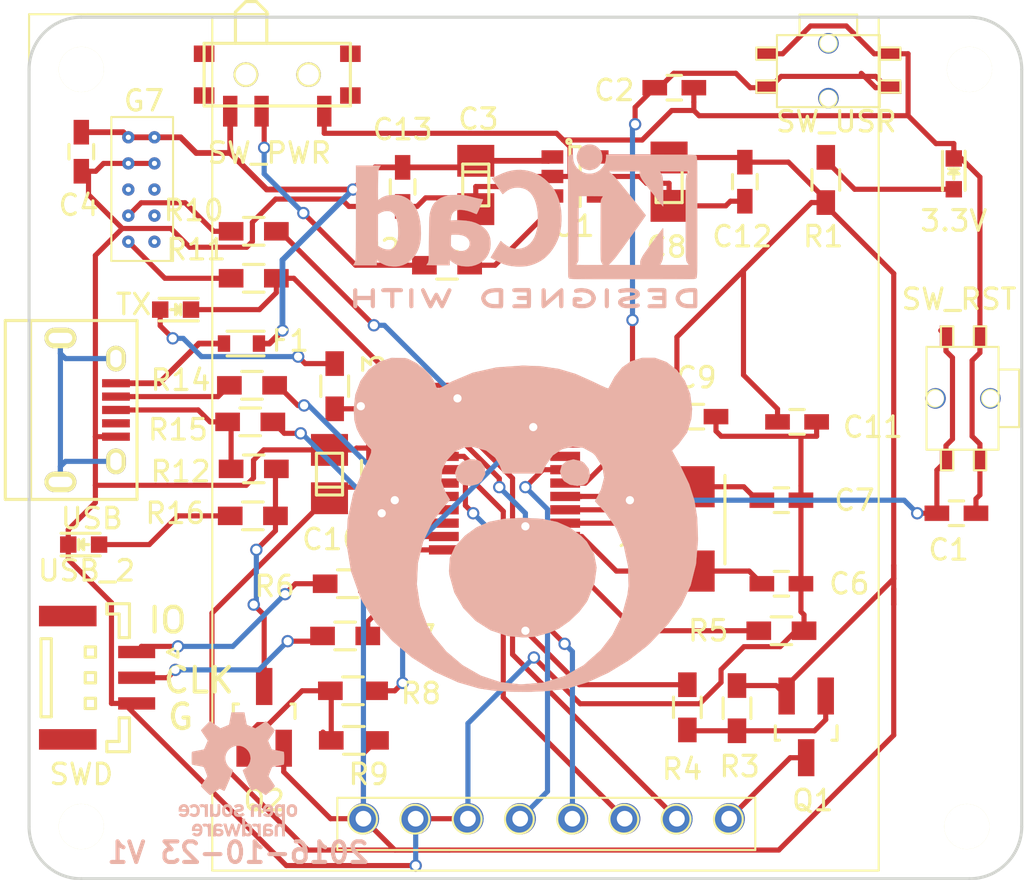
<source format=kicad_pcb>
(kicad_pcb (version 20171130) (host pcbnew "(5.1.12)-1")
  (layers (0 F.Cu signal) (31 B.Cu signal) (34 B.Paste user hide) (35 F.Paste user hide) (36 B.SilkS user hide) (37 F.SilkS user hide) (38 B.Mask user hide) (39 F.Mask user hide) (44 Edge.Cuts user))
  (net 0 "")
  (net 1 /NRST)
  (net 2 GND)
  (net 3 /U_BTN)
  (net 4 +5V)
  (net 5 +3V3)
  (net 6 "Net-(C6-Pad1)")
  (net 7 "Net-(C7-Pad1)")
  (net 8 "Net-(D1-Pad2)")
  (net 9 "Net-(D2-Pad2)")
  (net 10 /G_TX)
  (net 11 "Net-(D3-Pad2)")
  (net 12 "Net-(F1-Pad2)")
  (net 13 "Net-(P1-Pad1)")
  (net 14 "Net-(P1-Pad2)")
  (net 15 "Net-(P2-Pad2)")
  (net 16 "Net-(P2-Pad3)")
  (net 17 "Net-(P2-Pad4)")
  (net 18 "Net-(P2-Pad6)")
  (net 19 "Net-(Q1-Pad3)")
  (net 20 "Net-(Q2-Pad3)")
  (net 21 "Net-(R2-Pad1)")
  (net 22 "Net-(R2-Pad2)")
  (net 23 /T_LED)
  (net 24 "Net-(R5-Pad1)")
  (net 25 /SWIO)
  (net 26 /SWCLK)
  (net 27 /USB_EN)
  (net 28 "Net-(R10-Pad1)")
  (net 29 /G_RX)
  (net 30 "Net-(R11-Pad1)")
  (net 31 /USB_DM)
  (net 32 /USB_DP)
  (net 33 /T_REST)
  (net 34 /T_A0)
  (net 35 /T_SDA)
  (net 36 /T_SCK)
  (net 37 "Net-(U1-Pad4)")
  (net 38 "Net-(U3-Pad5)")
  (net 39 "Net-(U3-Pad6)")
  (net 40 "Net-(U3-Pad8)")
  (net 41 "Net-(U3-Pad10)")
  (net 42 "Net-(Q1-Pad1)")
  (net 43 "Net-(Q2-Pad1)")
  (module HC_Mods:TFT1.44 (layer F.Cu) (at 98.806 116.713)
    (fp_text reference TFT1 (at 12.319 5.715) (layer F.SilkS))
    (fp_text value TFT_1.44)
    (pad 1 thru_hole circle (at 1.27 1.016) (size 1.524 1.524) (drill 0.762) (layers *.Cu *.Mask) (net 5 +3V3))
    (pad 2 thru_hole circle (at 3.81 1.016) (size 1.524 1.524) (drill 0.762) (layers *.Cu *.Mask) (net 2 GND))
    (pad 3 thru_hole circle (at 6.35 1.016) (size 1.524 1.524) (drill 0.762) (layers *.Cu *.Mask) (net 2 GND))
    (pad 4 thru_hole circle (at 8.89 1.016) (size 1.524 1.524) (drill 0.762) (layers *.Cu *.Mask) (net 33 /T_REST))
    (pad 5 thru_hole circle (at 11.43 1.016) (size 1.524 1.524) (drill 0.762) (layers *.Cu *.Mask) (net 34 /T_A0))
    (pad 6 thru_hole circle (at 13.97 1.016) (size 1.524 1.524) (drill 0.762) (layers *.Cu *.Mask) (net 35 /T_SDA))
    (pad 7 thru_hole circle (at 16.51 1.016) (size 1.524 1.524) (drill 0.762) (layers *.Cu *.Mask) (net 36 /T_SCK))
    (pad 8 thru_hole circle (at 19.05 1.016) (size 1.524 1.524) (drill 0.762) (layers *.Cu *.Mask) (net 19 "Net-(Q1-Pad3)"))
  )
  (module Connectors_JST:JST_GH_BM03B-GHS-TBT_03x1.25mm_Straight (layer F.Cu) (at 87.376 110.871 270)
    (fp_text reference SWD (at 4.699 1.016) (layer F.SilkS))
    (fp_text value CONN_01X03)
    (pad 1 smd rect (at -1.25 -1.675 270) (size 0.6 1.8) (layers F.Cu F.Paste F.Mask) (net 13 "Net-(P1-Pad1)"))
    (pad 2 smd rect (at 0 -1.675 270) (size 0.6 1.8) (layers F.Cu F.Paste F.Mask) (net 14 "Net-(P1-Pad2)"))
    (pad 3 smd rect (at 1.25 -1.675 270) (size 0.6 1.8) (layers F.Cu F.Paste F.Mask) (net 2 GND))
    (pad "" smd rect (at 3 1.675 270) (size 1 2.8) (layers F.Cu F.Paste F.Mask))
    (pad "" smd rect (at -3 1.675 270) (size 1 2.8) (layers F.Cu F.Paste F.Mask))
  )
  (module Capacitors_SMD:C_0603_HandSoldering (layer F.Cu) (at 128.905 102.87)
    (fp_text reference C1 (at -0.381 1.778 180) (layer F.SilkS))
    (fp_text value 100n)
    (pad 1 smd rect (at -0.95 0) (size 1.2 0.75) (layers F.Cu F.Paste F.Mask) (net 1 /NRST))
    (pad 2 smd rect (at 0.95 0) (size 1.2 0.75) (layers F.Cu F.Paste F.Mask) (net 2 GND))
  )
  (module Capacitors_SMD:C_0603_HandSoldering (layer F.Cu) (at 115.189 82.169)
    (fp_text reference C2 (at -2.921 0.127) (layer F.SilkS))
    (fp_text value 100n)
    (pad 1 smd rect (at -0.95 0) (size 1.2 0.75) (layers F.Cu F.Paste F.Mask) (net 3 /U_BTN))
    (pad 2 smd rect (at 0.95 0) (size 1.2 0.75) (layers F.Cu F.Paste F.Mask) (net 2 GND))
  )
  (module Capacitors_Tantalum_SMD:TantalC_SizeR_EIA-2012 (layer F.Cu) (at 105.537 86.901 90)
    (fp_text reference C3 (at 3.20802 0.127 180) (layer F.SilkS))
    (fp_text value 10u)
    (pad 1 smd rect (at 1.17602 0 90) (size 1.5494 1.80086) (layers F.Cu F.Paste F.Mask) (net 4 +5V))
    (pad 2 smd rect (at -1.17602 0 90) (size 1.5494 1.80086) (layers F.Cu F.Paste F.Mask) (net 2 GND))
  )
  (module Capacitors_SMD:C_0603_HandSoldering (layer F.Cu) (at 86.36 85.283 270)
    (fp_text reference C4 (at 2.601 0.127) (layer F.SilkS))
    (fp_text value 100n)
    (pad 1 smd rect (at -0.95 0 270) (size 1.2 0.75) (layers F.Cu F.Paste F.Mask) (net 4 +5V))
    (pad 2 smd rect (at 0.95 0 270) (size 1.2 0.75) (layers F.Cu F.Paste F.Mask) (net 2 GND))
  )
  (module Capacitors_SMD:C_0603_HandSoldering (layer F.Cu) (at 100.584 100.65 90)
    (fp_text reference C5 (at -2.474 0.127 180) (layer F.SilkS))
    (fp_text value 100n)
    (pad 1 smd rect (at -0.95 0 90) (size 1.2 0.75) (layers F.Cu F.Paste F.Mask) (net 5 +3V3))
    (pad 2 smd rect (at 0.95 0 90) (size 1.2 0.75) (layers F.Cu F.Paste F.Mask) (net 2 GND))
  )
  (module Capacitors_SMD:C_0603_HandSoldering (layer F.Cu) (at 120.396 106.299)
    (fp_text reference C6 (at 3.302 0 180) (layer F.SilkS))
    (fp_text value 22p)
    (pad 1 smd rect (at -0.95 0) (size 1.2 0.75) (layers F.Cu F.Paste F.Mask) (net 6 "Net-(C6-Pad1)"))
    (pad 2 smd rect (at 0.95 0) (size 1.2 0.75) (layers F.Cu F.Paste F.Mask) (net 2 GND))
  )
  (module Capacitors_SMD:C_0603_HandSoldering (layer F.Cu) (at 120.396 102.235)
    (fp_text reference C7 (at 3.556 0) (layer F.SilkS))
    (fp_text value 22p)
    (pad 1 smd rect (at -0.95 0) (size 1.2 0.75) (layers F.Cu F.Paste F.Mask) (net 7 "Net-(C7-Pad1)"))
    (pad 2 smd rect (at 0.95 0) (size 1.2 0.75) (layers F.Cu F.Paste F.Mask) (net 2 GND))
  )
  (module Capacitors_Tantalum_SMD:TantalC_SizeR_EIA-2012 (layer F.Cu) (at 114.935 86.741 90)
    (fp_text reference C8 (at -3.175 -0.127) (layer F.SilkS))
    (fp_text value 10u)
    (pad 1 smd rect (at 1.17602 0 90) (size 1.5494 1.80086) (layers F.Cu F.Paste F.Mask) (net 5 +3V3))
    (pad 2 smd rect (at -1.17602 0 90) (size 1.5494 1.80086) (layers F.Cu F.Paste F.Mask) (net 2 GND))
  )
  (module Capacitors_SMD:C_0603_HandSoldering (layer F.Cu) (at 116.266 98.171)
    (fp_text reference C9 (at 0 -1.9) (layer F.SilkS))
    (fp_text value 100n)
    (pad 1 smd rect (at -0.95 0) (size 1.2 0.75) (layers F.Cu F.Paste F.Mask) (net 5 +3V3))
    (pad 2 smd rect (at 0.95 0) (size 1.2 0.75) (layers F.Cu F.Paste F.Mask) (net 2 GND))
  )
  (module Capacitors_Tantalum_SMD:TantalC_SizeR_EIA-2012 (layer F.Cu) (at 98.425 100.965 270)
    (fp_text reference C10 (at 3.175 -0.127) (layer F.SilkS))
    (fp_text value 4.7u)
    (pad 1 smd rect (at 1.17602 0 270) (size 1.5494 1.80086) (layers F.Cu F.Paste F.Mask) (net 5 +3V3))
    (pad 2 smd rect (at -1.17602 0 270) (size 1.5494 1.80086) (layers F.Cu F.Paste F.Mask) (net 2 GND))
  )
  (module Capacitors_SMD:C_0603_HandSoldering (layer F.Cu) (at 121.158 98.425)
    (fp_text reference C11 (at 3.683 0.254) (layer F.SilkS))
    (fp_text value 100n)
    (pad 1 smd rect (at -0.95 0) (size 1.2 0.75) (layers F.Cu F.Paste F.Mask) (net 5 +3V3))
    (pad 2 smd rect (at 0.95 0) (size 1.2 0.75) (layers F.Cu F.Paste F.Mask) (net 2 GND))
  )
  (module Capacitors_SMD:C_0603_HandSoldering (layer F.Cu) (at 118.618 86.741 270)
    (fp_text reference C12 (at 2.667 0.127) (layer F.SilkS))
    (fp_text value 100n)
    (pad 1 smd rect (at -0.95 0 270) (size 1.2 0.75) (layers F.Cu F.Paste F.Mask) (net 5 +3V3))
    (pad 2 smd rect (at 0.95 0 270) (size 1.2 0.75) (layers F.Cu F.Paste F.Mask) (net 2 GND))
  )
  (module Capacitors_SMD:C_0603_HandSoldering (layer F.Cu) (at 101.981 86.995 270)
    (fp_text reference C13 (at -2.794 0) (layer F.SilkS))
    (fp_text value 100n)
    (pad 1 smd rect (at -0.95 0 270) (size 1.2 0.75) (layers F.Cu F.Paste F.Mask) (net 4 +5V))
    (pad 2 smd rect (at 0.95 0 270) (size 1.2 0.75) (layers F.Cu F.Paste F.Mask) (net 2 GND))
  )
  (module LEDs:LED_0603 (layer F.Cu) (at 128.778 86.36 270)
    (fp_text reference 3.3V (at 2.286 0) (layer F.SilkS))
    (fp_text value LED_PWR)
    (pad 2 smd rect (at 0.7493 0 90) (size 0.79756 0.79756) (layers F.Cu F.Paste F.Mask) (net 8 "Net-(D1-Pad2)"))
    (pad 1 smd rect (at -0.7493 0 90) (size 0.79756 0.79756) (layers F.Cu F.Paste F.Mask) (net 2 GND))
  )
  (module LEDs:LED_0603 (layer F.Cu) (at 90.9447 92.964 180)
    (fp_text reference TX (at 2.0447 0.254 180) (layer F.SilkS))
    (fp_text value LED_TX)
    (pad 2 smd rect (at 0.7493 0) (size 0.79756 0.79756) (layers F.Cu F.Paste F.Mask) (net 9 "Net-(D2-Pad2)"))
    (pad 1 smd rect (at -0.7493 0) (size 0.79756 0.79756) (layers F.Cu F.Paste F.Mask) (net 10 /G_TX))
  )
  (module LEDs:LED_0603 (layer F.Cu) (at 86.4743 104.394)
    (fp_text reference USB_2 (at 0.1397 1.27) (layer F.SilkS))
    (fp_text value LED_USB)
    (pad 2 smd rect (at 0.7493 0 180) (size 0.79756 0.79756) (layers F.Cu F.Paste F.Mask) (net 11 "Net-(D3-Pad2)"))
    (pad 1 smd rect (at -0.7493 0 180) (size 0.79756 0.79756) (layers F.Cu F.Paste F.Mask) (net 2 GND))
  )
  (module Diodes_SMD:D_0603 (layer F.Cu) (at 94.146 94.615 180)
    (fp_text reference F1 (at -2.374 0.127 180) (layer F.SilkS))
    (fp_text value 6V)
    (pad 1 smd rect (at -0.85 0 180) (size 0.6 0.8) (layers F.Cu F.Paste F.Mask) (net 4 +5V))
    (pad 2 smd rect (at 0.85 0 180) (size 0.6 0.8) (layers F.Cu F.Paste F.Mask) (net 12 "Net-(F1-Pad2)"))
  )
  (module Connect:USB_Micro-B (layer F.Cu) (at 86.4815 97.8469 270)
    (fp_text reference USB (at 5.2771 -0.38654) (layer F.SilkS))
    (fp_text value USB_OTG)
    (pad 1 smd rect (at -1.3009 -1.56254) (size 1.35 0.4) (layers F.Cu F.Paste F.Mask) (net 12 "Net-(F1-Pad2)"))
    (pad 2 smd rect (at -0.6509 -1.56254) (size 1.35 0.4) (layers F.Cu F.Paste F.Mask) (net 15 "Net-(P2-Pad2)"))
    (pad 3 smd rect (at -0.0009 -1.56254) (size 1.35 0.4) (layers F.Cu F.Paste F.Mask) (net 16 "Net-(P2-Pad3)"))
    (pad 4 smd rect (at 0.6491 -1.56254) (size 1.35 0.4) (layers F.Cu F.Paste F.Mask) (net 17 "Net-(P2-Pad4)"))
    (pad 5 smd rect (at 1.2991 -1.56254) (size 1.35 0.4) (layers F.Cu F.Paste F.Mask) (net 2 GND))
    (pad 6 thru_hole oval (at -2.5009 -1.56254) (size 0.95 1.25) (drill oval 0.55 0.85) (layers *.Cu *.Mask F.SilkS) (net 18 "Net-(P2-Pad6)"))
    (pad 6 thru_hole oval (at 2.4991 -1.56254) (size 0.95 1.25) (drill oval 0.55 0.85) (layers *.Cu *.Mask F.SilkS) (net 18 "Net-(P2-Pad6)"))
    (pad 6 thru_hole oval (at -3.5009 1.13746) (size 1.55 1) (drill oval 1.15 0.5) (layers *.Cu *.Mask F.SilkS) (net 18 "Net-(P2-Pad6)"))
    (pad 6 thru_hole oval (at 3.4991 1.13746) (size 1.55 1) (drill oval 1.15 0.5) (layers *.Cu *.Mask F.SilkS) (net 18 "Net-(P2-Pad6)"))
  )
  (module TO_SOT_Packages_SMD:SOT-23_Handsoldering (layer F.Cu) (at 121.6 113.261 180)
    (fp_text reference Q1 (at -0.32 -3.57886 180) (layer F.SilkS))
    (fp_text value Q_PNP_BEC)
    (pad 1 smd rect (at -0.95 1.50114 180) (size 0.8001 1.80086) (layers F.Cu F.Paste F.Mask) (net 42 "Net-(Q1-Pad1)"))
    (pad 2 smd rect (at 0.95 1.50114 180) (size 0.8001 1.80086) (layers F.Cu F.Paste F.Mask) (net 5 +3V3))
    (pad 3 smd rect (at 0 -1.50114 180) (size 0.8001 1.80086) (layers F.Cu F.Paste F.Mask) (net 19 "Net-(Q1-Pad3)"))
  )
  (module TO_SOT_Packages_SMD:SOT-23_Handsoldering (layer F.Cu) (at 95.25 112.799)
    (fp_text reference Q2 (at 0 4.04114 180) (layer F.SilkS))
    (fp_text value Q_PNP_BEC)
    (pad 1 smd rect (at -0.95 1.50114) (size 0.8001 1.80086) (layers F.Cu F.Paste F.Mask) (net 43 "Net-(Q2-Pad1)"))
    (pad 2 smd rect (at 0.95 1.50114) (size 0.8001 1.80086) (layers F.Cu F.Paste F.Mask) (net 5 +3V3))
    (pad 3 smd rect (at 0 -1.50114) (size 0.8001 1.80086) (layers F.Cu F.Paste F.Mask) (net 20 "Net-(Q2-Pad3)"))
  )
  (module Resistors_SMD:R_0603_HandSoldering (layer F.Cu) (at 122.555 86.657 90)
    (fp_text reference R1 (at -2.751 -0.127 180) (layer F.SilkS))
    (fp_text value 1k)
    (pad 1 smd rect (at -1.1 0 90) (size 1.2 0.9) (layers F.Cu F.Paste F.Mask) (net 5 +3V3))
    (pad 2 smd rect (at 1.1 0 90) (size 1.2 0.9) (layers F.Cu F.Paste F.Mask) (net 8 "Net-(D1-Pad2)"))
  )
  (module Resistors_SMD:R_0603_HandSoldering (layer F.Cu) (at 104.14 90.805)
    (fp_text reference R2 (at -3.259 -0.762) (layer F.SilkS))
    (fp_text value 10k)
    (pad 1 smd rect (at -1.1 0) (size 1.2 0.9) (layers F.Cu F.Paste F.Mask) (net 21 "Net-(R2-Pad1)"))
    (pad 2 smd rect (at 1.1 0) (size 1.2 0.9) (layers F.Cu F.Paste F.Mask) (net 22 "Net-(R2-Pad2)"))
  )
  (module Resistors_SMD:R_0603_HandSoldering (layer F.Cu) (at 118.237 112.352 270)
    (fp_text reference R3 (at 2.837 -0.127) (layer F.SilkS))
    (fp_text value 10k)
    (pad 1 smd rect (at -1.1 0 270) (size 1.2 0.9) (layers F.Cu F.Paste F.Mask) (net 5 +3V3))
    (pad 2 smd rect (at 1.1 0 270) (size 1.2 0.9) (layers F.Cu F.Paste F.Mask) (net 42 "Net-(Q1-Pad1)"))
  )
  (module Resistors_SMD:R_0603_HandSoldering (layer F.Cu) (at 115.824 112.311 270)
    (fp_text reference R4 (at 3.005 0.254) (layer F.SilkS))
    (fp_text value 1k)
    (pad 1 smd rect (at -1.1 0 270) (size 1.2 0.9) (layers F.Cu F.Paste F.Mask) (net 23 /T_LED))
    (pad 2 smd rect (at 1.1 0 270) (size 1.2 0.9) (layers F.Cu F.Paste F.Mask) (net 42 "Net-(Q1-Pad1)"))
  )
  (module Resistors_SMD:R_0603_HandSoldering (layer F.Cu) (at 120.396 108.585)
    (fp_text reference R5 (at -3.556 0) (layer F.SilkS))
    (fp_text value 10k)
    (pad 1 smd rect (at -1.1 0) (size 1.2 0.9) (layers F.Cu F.Paste F.Mask) (net 24 "Net-(R5-Pad1)"))
    (pad 2 smd rect (at 1.1 0) (size 1.2 0.9) (layers F.Cu F.Paste F.Mask) (net 2 GND))
  )
  (module Resistors_SMD:R_0603_HandSoldering (layer F.Cu) (at 99.314 106.299)
    (fp_text reference R6 (at -3.556 0.127) (layer F.SilkS))
    (fp_text value 22r)
    (pad 1 smd rect (at -1.1 0) (size 1.2 0.9) (layers F.Cu F.Paste F.Mask) (net 13 "Net-(P1-Pad1)"))
    (pad 2 smd rect (at 1.1 0) (size 1.2 0.9) (layers F.Cu F.Paste F.Mask) (net 25 /SWIO))
  )
  (module Resistors_SMD:R_0603_HandSoldering (layer F.Cu) (at 99.187 108.839)
    (fp_text reference R7 (at 3.429 0) (layer F.SilkS))
    (fp_text value 22r)
    (pad 1 smd rect (at -1.1 0) (size 1.2 0.9) (layers F.Cu F.Paste F.Mask) (net 14 "Net-(P1-Pad2)"))
    (pad 2 smd rect (at 1.1 0) (size 1.2 0.9) (layers F.Cu F.Paste F.Mask) (net 26 /SWCLK))
  )
  (module Resistors_SMD:R_0603_HandSoldering (layer F.Cu) (at 99.568 111.506 180)
    (fp_text reference R8 (at -3.302 -0.127) (layer F.SilkS))
    (fp_text value 1k)
    (pad 1 smd rect (at -1.1 0 180) (size 1.2 0.9) (layers F.Cu F.Paste F.Mask) (net 27 /USB_EN))
    (pad 2 smd rect (at 1.1 0 180) (size 1.2 0.9) (layers F.Cu F.Paste F.Mask) (net 43 "Net-(Q2-Pad1)"))
  )
  (module Resistors_SMD:R_0603_HandSoldering (layer F.Cu) (at 99.611 113.919)
    (fp_text reference R9 (at 0.719 1.651 180) (layer F.SilkS))
    (fp_text value 10k)
    (pad 1 smd rect (at -1.1 0) (size 1.2 0.9) (layers F.Cu F.Paste F.Mask) (net 43 "Net-(Q2-Pad1)"))
    (pad 2 smd rect (at 1.1 0) (size 1.2 0.9) (layers F.Cu F.Paste F.Mask) (net 5 +3V3))
  )
  (module Resistors_SMD:R_0603_HandSoldering (layer F.Cu) (at 94.742 89.154)
    (fp_text reference R10 (at -2.921 -1.016) (layer F.SilkS))
    (fp_text value 22r)
    (pad 1 smd rect (at -1.1 0) (size 1.2 0.9) (layers F.Cu F.Paste F.Mask) (net 28 "Net-(R10-Pad1)"))
    (pad 2 smd rect (at 1.1 0) (size 1.2 0.9) (layers F.Cu F.Paste F.Mask) (net 29 /G_RX))
  )
  (module Resistors_SMD:R_0603_HandSoldering (layer F.Cu) (at 94.742 91.44)
    (fp_text reference R11 (at -2.794 -1.397) (layer F.SilkS))
    (fp_text value 22r)
    (pad 1 smd rect (at -1.1 0) (size 1.2 0.9) (layers F.Cu F.Paste F.Mask) (net 30 "Net-(R11-Pad1)"))
    (pad 2 smd rect (at 1.1 0) (size 1.2 0.9) (layers F.Cu F.Paste F.Mask) (net 10 /G_TX))
  )
  (module Resistors_SMD:R_0603_HandSoldering (layer F.Cu) (at 94.742 100.711)
    (fp_text reference R12 (at -3.556 0.127) (layer F.SilkS))
    (fp_text value 1.5k)
    (pad 1 smd rect (at -1.1 0) (size 1.2 0.9) (layers F.Cu F.Paste F.Mask) (net 16 "Net-(P2-Pad3)"))
    (pad 2 smd rect (at 1.1 0) (size 1.2 0.9) (layers F.Cu F.Paste F.Mask) (net 20 "Net-(Q2-Pad3)"))
  )
  (module Resistors_SMD:R_0603_HandSoldering (layer F.Cu) (at 98.679 96.69 90)
    (fp_text reference R13 (at 0.127 1.905 90) (layer F.SilkS))
    (fp_text value 1k)
    (pad 1 smd rect (at -1.1 0 90) (size 1.2 0.9) (layers F.Cu F.Paste F.Mask) (net 5 +3V3))
    (pad 2 smd rect (at 1.1 0 90) (size 1.2 0.9) (layers F.Cu F.Paste F.Mask) (net 9 "Net-(D2-Pad2)"))
  )
  (module Resistors_SMD:R_0603_HandSoldering (layer F.Cu) (at 94.658 96.647)
    (fp_text reference R14 (at -3.472 -0.254) (layer F.SilkS))
    (fp_text value 0r)
    (pad 1 smd rect (at -1.1 0) (size 1.2 0.9) (layers F.Cu F.Paste F.Mask) (net 15 "Net-(P2-Pad2)"))
    (pad 2 smd rect (at 1.1 0) (size 1.2 0.9) (layers F.Cu F.Paste F.Mask) (net 31 /USB_DM))
  )
  (module Resistors_SMD:R_0603_HandSoldering (layer F.Cu) (at 94.572 98.425)
    (fp_text reference R15 (at -3.513 0.381) (layer F.SilkS))
    (fp_text value 0r)
    (pad 1 smd rect (at -1.1 0) (size 1.2 0.9) (layers F.Cu F.Paste F.Mask) (net 16 "Net-(P2-Pad3)"))
    (pad 2 smd rect (at 1.1 0) (size 1.2 0.9) (layers F.Cu F.Paste F.Mask) (net 32 /USB_DP))
  )
  (module Resistors_SMD:R_0603_HandSoldering (layer F.Cu) (at 94.699 102.997 180)
    (fp_text reference R16 (at 3.767 0.127 180) (layer F.SilkS))
    (fp_text value 1k)
    (pad 1 smd rect (at -1.1 0 180) (size 1.2 0.9) (layers F.Cu F.Paste F.Mask) (net 20 "Net-(Q2-Pad3)"))
    (pad 2 smd rect (at 1.1 0 180) (size 1.2 0.9) (layers F.Cu F.Paste F.Mask) (net 11 "Net-(D3-Pad2)"))
  )
  (module HC_Mods:SSSS811101 (layer F.Cu) (at 95.885 81.534 180)
    (fp_text reference SW_PWR (at 0.381 -3.81 180) (layer F.SilkS))
    (fp_text value SWITCH_INV)
    (pad "" smd rect (at 3.556 1.016 180) (size 1 0.8) (layers F.Cu F.Paste F.Mask))
    (pad "" smd rect (at 3.556 -1.016 180) (size 1 0.8) (layers F.Cu F.Paste F.Mask))
    (pad "" smd rect (at -3.556 -1.016 180) (size 1 0.8) (layers F.Cu F.Paste F.Mask))
    (pad "" thru_hole circle (at -1.524 0 180) (size 1.2 1.2) (drill 1) (layers *.Cu *.Mask F.SilkS))
    (pad "" thru_hole circle (at 1.524 0 180) (size 1.2 1.2) (drill 1) (layers *.Cu *.Mask F.SilkS))
    (pad 2 smd rect (at 0.762 -1.778 180) (size 0.7 1.5) (layers F.Cu F.Paste F.Mask) (net 21 "Net-(R2-Pad1)"))
    (pad 3 smd rect (at 2.286 -1.778 180) (size 0.7 1.5) (layers F.Cu F.Paste F.Mask) (net 4 +5V))
    (pad 1 smd rect (at -2.286 -1.778 180) (size 0.7 1.5) (layers F.Cu F.Paste F.Mask) (net 2 GND))
    (pad "" smd rect (at -3.556 1.016 180) (size 1 0.8) (layers F.Cu F.Paste F.Mask))
  )
  (module HC_Mods:MBTN1 (layer F.Cu) (at 131.953 98.679 270)
    (fp_text reference SW_RST1 hide)
    (fp_text value SW_RST (at -6.223 2.921) (layer F.SilkS))
    (pad 1 smd rect (at 1.651 1.905 270) (size 1 0.6) (layers F.Cu F.Paste F.Mask) (net 2 GND))
    (pad 2 smd rect (at 1.651 3.556 270) (size 1 0.6) (layers F.Cu F.Paste F.Mask) (net 1 /NRST))
    (pad 1 smd rect (at -4.445 1.905 270) (size 1 0.6) (layers F.Cu F.Paste F.Mask) (net 2 GND))
    (pad 2 smd rect (at -4.445 3.556 270) (size 1 0.6) (layers F.Cu F.Paste F.Mask) (net 1 /NRST))
    (pad "" np_thru_hole circle (at -1.397 1.397 270) (size 1 1) (drill 0.8) (layers *.Cu *.Mask))
    (pad "" np_thru_hole circle (at -1.397 4.064 270) (size 1 1) (drill 0.8) (layers *.Cu *.Mask))
  )
  (module HC_Mods:MBTN1 (layer F.Cu) (at 124.079 78.613)
    (fp_text reference SW_RST2 hide)
    (fp_text value SW_USR (at -1.016 5.207) (layer F.SilkS))
    (pad 1 smd rect (at 1.651 1.905) (size 1 0.6) (layers F.Cu F.Paste F.Mask) (net 2 GND))
    (pad 2 smd rect (at 1.651 3.556) (size 1 0.6) (layers F.Cu F.Paste F.Mask) (net 3 /U_BTN))
    (pad 1 smd rect (at -4.445 1.905) (size 1 0.6) (layers F.Cu F.Paste F.Mask) (net 2 GND))
    (pad 2 smd rect (at -4.445 3.556) (size 1 0.6) (layers F.Cu F.Paste F.Mask) (net 3 /U_BTN))
    (pad "" np_thru_hole circle (at -1.397 1.397) (size 1 1) (drill 0.8) (layers *.Cu *.Mask))
    (pad "" np_thru_hole circle (at -1.397 4.064) (size 1 1) (drill 0.8) (layers *.Cu *.Mask))
  )
  (module TO_SOT_Packages_SMD:SOT-23-5 (layer F.Cu) (at 110.363 86.487)
    (fp_text reference U1 (at -0.05 2.413) (layer F.SilkS))
    (fp_text value SPX3819)
    (pad 1 smd rect (at -1.1 -0.95) (size 1.06 0.65) (layers F.Cu F.Paste F.Mask) (net 4 +5V))
    (pad 2 smd rect (at -1.1 0) (size 1.06 0.65) (layers F.Cu F.Paste F.Mask) (net 2 GND))
    (pad 3 smd rect (at -1.1 0.95) (size 1.06 0.65) (layers F.Cu F.Paste F.Mask) (net 22 "Net-(R2-Pad2)"))
    (pad 4 smd rect (at 1.1 0.95) (size 1.06 0.65) (layers F.Cu F.Paste F.Mask) (net 37 "Net-(U1-Pad4)"))
    (pad 5 smd rect (at 1.1 -0.95) (size 1.06 0.65) (layers F.Cu F.Paste F.Mask) (net 5 +3V3))
  )
  (module Housings_SSOP:TSSOP-20_4.4x6.5mm_Pitch0.65mm (layer F.Cu) (at 106.934 101.727 180)
    (fp_text reference U2 (at 0 -4.3 180) (layer F.SilkS))
    (fp_text value STM32F070F6Px)
    (pad 1 smd rect (at -2.95 -2.925 180) (size 1.45 0.45) (layers F.Cu F.Paste F.Mask) (net 24 "Net-(R5-Pad1)"))
    (pad 2 smd rect (at -2.95 -2.275 180) (size 1.45 0.45) (layers F.Cu F.Paste F.Mask) (net 6 "Net-(C6-Pad1)"))
    (pad 3 smd rect (at -2.95 -1.625 180) (size 1.45 0.45) (layers F.Cu F.Paste F.Mask) (net 7 "Net-(C7-Pad1)"))
    (pad 4 smd rect (at -2.95 -0.975 180) (size 1.45 0.45) (layers F.Cu F.Paste F.Mask) (net 1 /NRST))
    (pad 5 smd rect (at -2.95 -0.325 180) (size 1.45 0.45) (layers F.Cu F.Paste F.Mask) (net 5 +3V3))
    (pad 6 smd rect (at -2.95 0.325 180) (size 1.45 0.45) (layers F.Cu F.Paste F.Mask) (net 3 /U_BTN))
    (pad 7 smd rect (at -2.95 0.975 180) (size 1.45 0.45) (layers F.Cu F.Paste F.Mask) (net 33 /T_REST))
    (pad 8 smd rect (at -2.95 1.625 180) (size 1.45 0.45) (layers F.Cu F.Paste F.Mask) (net 29 /G_RX))
    (pad 9 smd rect (at -2.95 2.275 180) (size 1.45 0.45) (layers F.Cu F.Paste F.Mask) (net 10 /G_TX))
    (pad 10 smd rect (at -2.95 2.925 180) (size 1.45 0.45) (layers F.Cu F.Paste F.Mask) (net 27 /USB_EN))
    (pad 11 smd rect (at 2.95 2.925 180) (size 1.45 0.45) (layers F.Cu F.Paste F.Mask) (net 36 /T_SCK))
    (pad 12 smd rect (at 2.95 2.275 180) (size 1.45 0.45) (layers F.Cu F.Paste F.Mask) (net 34 /T_A0))
    (pad 13 smd rect (at 2.95 1.625 180) (size 1.45 0.45) (layers F.Cu F.Paste F.Mask) (net 35 /T_SDA))
    (pad 14 smd rect (at 2.95 0.975 180) (size 1.45 0.45) (layers F.Cu F.Paste F.Mask) (net 23 /T_LED))
    (pad 15 smd rect (at 2.95 0.325 180) (size 1.45 0.45) (layers F.Cu F.Paste F.Mask) (net 2 GND))
    (pad 16 smd rect (at 2.95 -0.325 180) (size 1.45 0.45) (layers F.Cu F.Paste F.Mask) (net 5 +3V3))
    (pad 17 smd rect (at 2.95 -0.975 180) (size 1.45 0.45) (layers F.Cu F.Paste F.Mask) (net 31 /USB_DM))
    (pad 18 smd rect (at 2.95 -1.625 180) (size 1.45 0.45) (layers F.Cu F.Paste F.Mask) (net 32 /USB_DP))
    (pad 19 smd rect (at 2.95 -2.275 180) (size 1.45 0.45) (layers F.Cu F.Paste F.Mask) (net 25 /SWIO))
    (pad 20 smd rect (at 2.95 -2.925 180) (size 1.45 0.45) (layers F.Cu F.Paste F.Mask) (net 26 /SWCLK))
  )
  (module Crystals:Crystal_SMD_5032_2Pads (layer F.Cu) (at 115.951 103.632 90)
    (fp_text reference Y1 (at 0 -2.8 90) (layer F.SilkS))
    (fp_text value 8M)
    (pad 1 smd rect (at -2.05 0 90) (size 2 2.4) (layers F.Cu F.Paste F.Mask) (net 6 "Net-(C6-Pad1)"))
    (pad 2 smd rect (at 2.05 0 90) (size 2 2.4) (layers F.Cu F.Paste F.Mask) (net 7 "Net-(C7-Pad1)"))
  )
  (module Mounting_Holes:MountingHole_2.2mm_M2_ISO7380 (layer F.Cu) (at 86.36 118.11)
    (fp_text reference REF**_4 hide)
    (fp_text value MountingHole_2.2mm_M2_ISO7380)
    (pad 1 np_thru_hole circle (at 0 0) (size 2.2 2.2) (drill 2.2) (layers *.Cu *.Mask F.SilkS))
  )
  (module Mounting_Holes:MountingHole_2.2mm_M2_ISO7380 (layer F.Cu) (at 129.413 118.11)
    (fp_text reference REF**_3 hide)
    (fp_text value MountingHole_2.2mm_M2_ISO7380)
    (pad 1 np_thru_hole circle (at 0 0) (size 2.2 2.2) (drill 2.2) (layers *.Cu *.Mask F.SilkS))
  )
  (module Mounting_Holes:MountingHole_2.2mm_M2_ISO7380 (layer F.Cu) (at 129.54 81.28)
    (fp_text reference REF**_2 hide)
    (fp_text value MountingHole_2.2mm_M2_ISO7380)
    (pad 1 np_thru_hole circle (at 0 0) (size 2.2 2.2) (drill 2.2) (layers *.Cu *.Mask F.SilkS))
  )
  (module Mounting_Holes:MountingHole_2.2mm_M2_ISO7380 (layer F.Cu) (at 86.36 81.28)
    (fp_text reference REF** hide)
    (fp_text value MountingHole_2.2mm_M2_ISO7380)
    (pad 1 np_thru_hole circle (at 0 0) (size 2.2 2.2) (drill 2.2) (layers *.Cu *.Mask F.SilkS))
  )
  (module Symbols:KiCad-Logo2_8mm_SilkScreen (layer B.Cu) (at 107.95 88.9 180)
    (fp_text reference REF***_2 hide)
    (fp_text value KiCad-Logo2_8mm_SilkScreen hide)
  )
  (module HC_Mods:HanChen_Gray (layer B.Cu) (at 107.95 102.87 180)
    (fp_text reference G*** hide)
    (fp_text value LOGO hide)
  )
  (module Symbols:OSHW-Logo_5.7x6mm_SilkScreen (layer B.Cu) (at 93.98 115.57 180)
    (fp_text reference REF*** hide)
    (fp_text value OSHW-Logo_5.7x6mm_SilkScreen hide)
  )
  (module HC_Mods:PMS7003_2 (layer F.Cu) (at 87.884 83.566)
    (fp_text reference G7 (at 1.524 -0.762) (layer F.SilkS))
    (fp_text value G7)
    (pad 1 thru_hole circle (at 0.762 1.016) (size 0.6 0.6) (drill 0.25) (layers *.Cu *.Mask) (net 4 +5V))
    (pad 2 thru_hole circle (at 2.032 1.016) (size 0.6 0.6) (drill 0.25) (layers *.Cu *.Mask) (net 4 +5V))
    (pad 3 thru_hole circle (at 0.762 2.286) (size 0.6 0.6) (drill 0.25) (layers *.Cu *.Mask) (net 2 GND))
    (pad 4 thru_hole circle (at 2.032 2.286) (size 0.6 0.6) (drill 0.25) (layers *.Cu *.Mask) (net 2 GND))
    (pad 5 thru_hole circle (at 0.762 3.556) (size 0.6 0.6) (drill 0.25) (layers *.Cu *.Mask) (net 38 "Net-(U3-Pad5)"))
    (pad 6 thru_hole circle (at 2.032 3.556) (size 0.6 0.6) (drill 0.25) (layers *.Cu *.Mask) (net 39 "Net-(U3-Pad6)"))
    (pad 7 thru_hole circle (at 0.762 4.826) (size 0.6 0.6) (drill 0.25) (layers *.Cu *.Mask) (net 28 "Net-(R10-Pad1)"))
    (pad 8 thru_hole circle (at 2.032 4.826) (size 0.6 0.6) (drill 0.25) (layers *.Cu *.Mask) (net 40 "Net-(U3-Pad8)"))
    (pad 9 thru_hole circle (at 0.762 6.096) (size 0.6 0.6) (drill 0.25) (layers *.Cu *.Mask) (net 30 "Net-(R11-Pad1)"))
    (pad 10 thru_hole circle (at 2.032 6.096) (size 0.6 0.6) (drill 0.25) (layers *.Cu *.Mask) (net 41 "Net-(U3-Pad10)"))
  )
  (gr_text "2016-10-23 V1" (at 93.98 119.38) (layer B.SilkS) (effects (font (size 1 1) (thickness 0.2)) (justify mirror)))
  (gr_text IO (at 90.551 108.077) (layer F.SilkS) (effects (font (size 1.2 1.2) (thickness 0.2))))
  (gr_text CLK (at 92.075 110.998) (layer F.SilkS) (effects (font (size 1.2 1.2) (thickness 0.2))))
  (gr_text G (at 91.186 112.776) (layer F.SilkS) (effects (font (size 1.2 1.2) (thickness 0.2))))
  (gr_line (start 129.54 78.74) (end 86.36 78.74) (layer Edge.Cuts) (width 0.15))
  (gr_line (start 132.08 118.11) (end 132.08 81.28) (layer Edge.Cuts) (width 0.15))
  (gr_line (start 86.36 120.65) (end 129.54 120.65) (layer Edge.Cuts) (width 0.15))
  (gr_line (start 83.82 81.28) (end 83.82 118.11) (layer Edge.Cuts) (width 0.15))
  (gr_arc (start 129.54 118.11) (end 132.08 118.11) (angle 90) (layer Edge.Cuts) (width 0.15))
  (gr_arc (start 86.36 118.11) (end 86.36 120.65) (angle 90) (layer Edge.Cuts) (width 0.15))
  (gr_arc (start 129.54 81.28) (end 129.54 78.74) (angle 90) (layer Edge.Cuts) (width 0.15))
  (gr_arc (start 86.36 81.28) (end 83.82 81.28) (angle 90) (layer Edge.Cuts) (width 0.15))
  (segment (start 128.143 93.98) (end 128.397 94.234) (width 0.25) (layer F.Cu) (net 1))
  (segment (start 109.884 102.702) (end 112.563 102.702) (width 0.25) (layer F.Cu) (net 1))
  (segment (start 112.563 102.702) (end 113.03 102.235) (width 0.25) (layer F.Cu) (net 1))
  (segment (start 128.397 100.33) (end 128.397 99.58) (width 0.25) (layer F.Cu) (net 1))
  (segment (start 128.397 99.58) (end 128.714 99.263) (width 0.25) (layer F.Cu) (net 1))
  (segment (start 128.714 99.263) (end 128.714 95.301) (width 0.25) (layer F.Cu) (net 1))
  (segment (start 128.714 95.301) (end 128.397 94.984) (width 0.25) (layer F.Cu) (net 1))
  (segment (start 128.397 94.984) (end 128.397 94.234) (width 0.25) (layer F.Cu) (net 1))
  (segment (start 113.03 102.235) (end 126.365 102.235) (width 0.25) (layer B.Cu) (net 1))
  (segment (start 126.365 102.235) (end 127 102.87) (width 0.25) (layer B.Cu) (net 1))
  (segment (start 127 102.87) (end 127.955 102.87) (width 0.25) (layer F.Cu) (net 1))
  (segment (start 127.955 102.87) (end 127.955 100.772) (width 0.25) (layer F.Cu) (net 1))
  (segment (start 127.955 100.772) (end 128.397 100.33) (width 0.25) (layer F.Cu) (net 1))
  (via (at 113.03 102.235) (size 0.6) (layers F.Cu B.Cu) (net 1))
  (via (at 127 102.87) (size 0.6) (layers F.Cu B.Cu) (net 1))
  (segment (start 105.156 117.729) (end 102.616 117.729) (width 0.25) (layer F.Cu) (net 2))
  (segment (start 88.4385 112.121) (end 96.3265 120.009) (width 0.25) (layer F.Cu) (net 2))
  (segment (start 96.3265 120.009) (end 102.616 120.009) (width 0.25) (layer F.Cu) (net 2))
  (segment (start 102.616 117.729) (end 102.616 120.009) (width 0.25) (layer B.Cu) (net 2))
  (segment (start 88.4385 112.121) (end 87.8259 112.121) (width 0.25) (layer F.Cu) (net 2))
  (segment (start 89.051 112.121) (end 88.4385 112.121) (width 0.25) (layer F.Cu) (net 2))
  (segment (start 88.3529 89.0172) (end 87.0439 90.3262) (width 0.25) (layer F.Cu) (net 2))
  (segment (start 87.0439 90.3262) (end 87.0439 99.146) (width 0.25) (layer F.Cu) (net 2))
  (segment (start 101.981 87.945) (end 99.3676 87.945) (width 0.25) (layer F.Cu) (net 2))
  (segment (start 99.3676 87.945) (end 99.0098 87.5872) (width 0.25) (layer F.Cu) (net 2))
  (segment (start 99.0098 87.5872) (end 95.8065 87.5872) (width 0.25) (layer F.Cu) (net 2))
  (segment (start 95.8065 87.5872) (end 94.6778 88.7159) (width 0.25) (layer F.Cu) (net 2))
  (segment (start 94.6778 88.7159) (end 94.6778 89.653) (width 0.25) (layer F.Cu) (net 2))
  (segment (start 94.6778 89.653) (end 94.4016 89.9292) (width 0.25) (layer F.Cu) (net 2))
  (segment (start 94.4016 89.9292) (end 91.629 89.9292) (width 0.25) (layer F.Cu) (net 2))
  (segment (start 91.629 89.9292) (end 90.717 89.0172) (width 0.25) (layer F.Cu) (net 2))
  (segment (start 90.717 89.0172) (end 88.3529 89.0172) (width 0.25) (layer F.Cu) (net 2))
  (segment (start 86.7101 86.233) (end 86.7101 87.3744) (width 0.25) (layer F.Cu) (net 2))
  (segment (start 86.7101 87.3744) (end 88.3529 89.0172) (width 0.25) (layer F.Cu) (net 2))
  (segment (start 128.778 85.2487) (end 130.048 86.5187) (width 0.25) (layer F.Cu) (net 2))
  (segment (start 130.048 86.5187) (end 130.048 94.234) (width 0.25) (layer F.Cu) (net 2))
  (segment (start 128.778 85.2487) (end 128.778 84.8868) (width 0.25) (layer F.Cu) (net 2))
  (segment (start 128.778 85.6107) (end 128.778 85.2487) (width 0.25) (layer F.Cu) (net 2))
  (segment (start 86.7101 86.233) (end 87.0601 86.233) (width 0.25) (layer F.Cu) (net 2))
  (segment (start 86.36 86.233) (end 86.7101 86.233) (width 0.25) (layer F.Cu) (net 2))
  (segment (start 85.725 104.394) (end 85.725 105.1179) (width 0.25) (layer F.Cu) (net 2))
  (segment (start 85.725 105.1179) (end 87.8259 107.2188) (width 0.25) (layer F.Cu) (net 2))
  (segment (start 87.8259 107.2188) (end 87.8259 112.121) (width 0.25) (layer F.Cu) (net 2))
  (segment (start 85.725 104.032) (end 85.725 104.394) (width 0.25) (layer F.Cu) (net 2))
  (segment (start 85.725 104.032) (end 85.725 103.6701) (width 0.25) (layer F.Cu) (net 2))
  (segment (start 121.496 108.1974) (end 120.3332 109.3602) (width 0.25) (layer F.Cu) (net 2))
  (segment (start 120.3332 109.3602) (end 118.5777 109.3602) (width 0.25) (layer F.Cu) (net 2))
  (segment (start 118.5777 109.3602) (end 117.4618 110.4761) (width 0.25) (layer F.Cu) (net 2))
  (segment (start 117.4618 110.4761) (end 117.4618 111.0987) (width 0.25) (layer F.Cu) (net 2))
  (segment (start 117.4618 111.0987) (end 116.4243 112.1362) (width 0.25) (layer F.Cu) (net 2))
  (segment (start 116.4243 112.1362) (end 110.6122 112.1362) (width 0.25) (layer F.Cu) (net 2))
  (segment (start 110.6122 112.1362) (end 108.363 109.887) (width 0.25) (layer F.Cu) (net 2))
  (segment (start 105.156 117.729) (end 105.156 113.094) (width 0.25) (layer B.Cu) (net 2))
  (segment (start 105.156 113.094) (end 108.363 109.887) (width 0.25) (layer B.Cu) (net 2))
  (segment (start 121.496 108.1974) (end 121.496 107.8099) (width 0.25) (layer F.Cu) (net 2))
  (segment (start 121.496 108.585) (end 121.496 108.1974) (width 0.25) (layer F.Cu) (net 2))
  (segment (start 121.346 102.235) (end 121.346 106.299) (width 0.25) (layer F.Cu) (net 2))
  (segment (start 121.346 101.8849) (end 121.346 102.235) (width 0.25) (layer F.Cu) (net 2))
  (segment (start 121.346 101.8849) (end 121.346 101.5349) (width 0.25) (layer F.Cu) (net 2))
  (segment (start 121.346 99.1251) (end 117.47 99.1251) (width 0.25) (layer F.Cu) (net 2))
  (segment (start 117.47 99.1251) (end 117.216 98.8711) (width 0.25) (layer F.Cu) (net 2))
  (segment (start 122.108 99.1251) (end 121.346 99.1251) (width 0.25) (layer F.Cu) (net 2))
  (segment (start 121.346 99.1251) (end 121.346 101.5349) (width 0.25) (layer F.Cu) (net 2))
  (segment (start 117.216 98.171) (end 117.216 98.8711) (width 0.25) (layer F.Cu) (net 2))
  (segment (start 122.108 98.425) (end 122.108 99.1251) (width 0.25) (layer F.Cu) (net 2))
  (segment (start 116.139 83.277) (end 116.3934 83.5314) (width 0.25) (layer F.Cu) (net 2))
  (segment (start 116.3934 83.5314) (end 126.5551 83.5314) (width 0.25) (layer F.Cu) (net 2))
  (segment (start 109.7913 84.7139) (end 113.6282 84.7139) (width 0.25) (layer F.Cu) (net 2))
  (segment (start 113.6282 84.7139) (end 115.0651 83.277) (width 0.25) (layer F.Cu) (net 2))
  (segment (start 115.0651 83.277) (end 116.139 83.277) (width 0.25) (layer F.Cu) (net 2))
  (segment (start 116.139 83.277) (end 116.139 82.8691) (width 0.25) (layer F.Cu) (net 2))
  (segment (start 109.7913 84.7139) (end 110.1181 85.0407) (width 0.25) (layer F.Cu) (net 2))
  (segment (start 110.1181 85.0407) (end 110.1181 86.487) (width 0.25) (layer F.Cu) (net 2))
  (segment (start 98.171 84.3871) (end 109.4645 84.3871) (width 0.25) (layer F.Cu) (net 2))
  (segment (start 109.4645 84.3871) (end 109.7913 84.7139) (width 0.25) (layer F.Cu) (net 2))
  (segment (start 114.935 87.917) (end 114.935 86.8172) (width 0.25) (layer F.Cu) (net 2))
  (segment (start 110.1181 86.487) (end 113.505 86.487) (width 0.25) (layer F.Cu) (net 2))
  (segment (start 113.505 86.487) (end 113.8352 86.8172) (width 0.25) (layer F.Cu) (net 2))
  (segment (start 113.8352 86.8172) (end 114.935 86.8172) (width 0.25) (layer F.Cu) (net 2))
  (segment (start 109.6906 86.487) (end 110.1181 86.487) (width 0.25) (layer F.Cu) (net 2))
  (segment (start 109.263 86.487) (end 109.6906 86.487) (width 0.25) (layer F.Cu) (net 2))
  (segment (start 101.981 87.945) (end 102.6811 87.945) (width 0.25) (layer F.Cu) (net 2))
  (segment (start 105.537 87.5271) (end 103.099 87.5271) (width 0.25) (layer F.Cu) (net 2))
  (segment (start 103.099 87.5271) (end 102.6811 87.945) (width 0.25) (layer F.Cu) (net 2))
  (segment (start 105.537 87.5271) (end 105.537 86.9772) (width 0.25) (layer F.Cu) (net 2))
  (segment (start 105.537 88.077) (end 105.537 87.5271) (width 0.25) (layer F.Cu) (net 2))
  (segment (start 118.618 87.691) (end 117.9179 87.691) (width 0.25) (layer F.Cu) (net 2))
  (segment (start 114.935 87.917) (end 117.6919 87.917) (width 0.25) (layer F.Cu) (net 2))
  (segment (start 117.6919 87.917) (end 117.9179 87.691) (width 0.25) (layer F.Cu) (net 2))
  (segment (start 98.425 99.789) (end 99.6505 99.789) (width 0.25) (layer F.Cu) (net 2))
  (segment (start 99.6505 99.789) (end 99.7395 99.7) (width 0.25) (layer F.Cu) (net 2))
  (segment (start 99.7395 99.7) (end 100.584 99.7) (width 0.25) (layer F.Cu) (net 2))
  (segment (start 87.0439 101.5104) (end 94.3746 101.5104) (width 0.25) (layer F.Cu) (net 2))
  (segment (start 94.3746 101.5104) (end 94.7315 101.1535) (width 0.25) (layer F.Cu) (net 2))
  (segment (start 94.7315 101.1535) (end 94.7315 100.2897) (width 0.25) (layer F.Cu) (net 2))
  (segment (start 94.7315 100.2897) (end 95.2322 99.789) (width 0.25) (layer F.Cu) (net 2))
  (segment (start 95.2322 99.789) (end 98.425 99.789) (width 0.25) (layer F.Cu) (net 2))
  (segment (start 126.5551 83.5314) (end 127.9105 84.8868) (width 0.25) (layer F.Cu) (net 2))
  (segment (start 127.9105 84.8868) (end 128.778 84.8868) (width 0.25) (layer F.Cu) (net 2))
  (segment (start 126.5551 80.518) (end 126.5551 83.5314) (width 0.25) (layer F.Cu) (net 2))
  (segment (start 116.139 82.169) (end 116.139 82.8691) (width 0.25) (layer F.Cu) (net 2))
  (segment (start 87.0439 101.5104) (end 87.0439 102.3512) (width 0.25) (layer F.Cu) (net 2))
  (segment (start 87.0439 102.3512) (end 85.725 103.6701) (width 0.25) (layer F.Cu) (net 2))
  (segment (start 87.0439 99.146) (end 87.0439 101.5104) (width 0.25) (layer F.Cu) (net 2))
  (segment (start 88.044 99.146) (end 87.0439 99.146) (width 0.25) (layer F.Cu) (net 2))
  (segment (start 121.496 107.8099) (end 121.346 107.6599) (width 0.25) (layer F.Cu) (net 2))
  (segment (start 121.346 107.6599) (end 121.346 106.299) (width 0.25) (layer F.Cu) (net 2))
  (segment (start 98.171 83.312) (end 98.171 84.3871) (width 0.25) (layer F.Cu) (net 2))
  (segment (start 129.855 102.87) (end 129.855 102.1699) (width 0.25) (layer F.Cu) (net 2))
  (segment (start 130.048 100.33) (end 130.048 101.9769) (width 0.25) (layer F.Cu) (net 2))
  (segment (start 130.048 101.9769) (end 129.855 102.1699) (width 0.25) (layer F.Cu) (net 2))
  (segment (start 130.048 99.9174) (end 130.048 100.33) (width 0.25) (layer F.Cu) (net 2))
  (segment (start 130.048 99.9174) (end 130.048 99.5049) (width 0.25) (layer F.Cu) (net 2))
  (segment (start 130.048 94.234) (end 130.048 95.0591) (width 0.25) (layer F.Cu) (net 2))
  (segment (start 130.048 95.0591) (end 129.6681 95.439) (width 0.25) (layer F.Cu) (net 2))
  (segment (start 129.6681 95.439) (end 129.6681 99.125) (width 0.25) (layer F.Cu) (net 2))
  (segment (start 129.6681 99.125) (end 130.048 99.5049) (width 0.25) (layer F.Cu) (net 2))
  (segment (start 125.73 80.518) (end 126.5551 80.518) (width 0.25) (layer F.Cu) (net 2))
  (segment (start 125.3175 80.518) (end 125.73 80.518) (width 0.25) (layer F.Cu) (net 2))
  (segment (start 125.3175 80.518) (end 124.9049 80.518) (width 0.25) (layer F.Cu) (net 2))
  (segment (start 119.634 80.518) (end 120.4591 80.518) (width 0.25) (layer F.Cu) (net 2))
  (segment (start 120.4591 80.518) (end 121.8117 79.1654) (width 0.25) (layer F.Cu) (net 2))
  (segment (start 121.8117 79.1654) (end 123.5523 79.1654) (width 0.25) (layer F.Cu) (net 2))
  (segment (start 123.5523 79.1654) (end 124.9049 80.518) (width 0.25) (layer F.Cu) (net 2))
  (segment (start 109.263 86.487) (end 107.127 86.487) (width 0.25) (layer F.Cu) (net 2))
  (segment (start 107.127 86.487) (end 106.6368 86.9772) (width 0.25) (layer F.Cu) (net 2))
  (segment (start 106.6368 86.9772) (end 105.537 86.9772) (width 0.25) (layer F.Cu) (net 2))
  (segment (start 103.984 101.402) (end 103.1861 101.402) (width 0.25) (layer F.Cu) (net 2))
  (segment (start 103.1861 101.402) (end 101.4841 99.7) (width 0.25) (layer F.Cu) (net 2))
  (segment (start 101.4841 99.7) (end 100.584 99.7) (width 0.25) (layer F.Cu) (net 2))
  (segment (start 88.646 85.852) (end 87.4411 85.852) (width 0.25) (layer F.Cu) (net 2))
  (segment (start 87.4411 85.852) (end 87.0601 86.233) (width 0.25) (layer F.Cu) (net 2))
  (segment (start 89.916 85.852) (end 88.646 85.852) (width 0.25) (layer F.Cu) (net 2))
  (via (at 102.616 120.009) (size 0.6) (layers F.Cu B.Cu) (net 2))
  (via (at 108.363 109.887) (size 0.6) (layers F.Cu B.Cu) (net 2))
  (segment (start 124.43 81.619) (end 124.98 82.169) (width 0.25) (layer F.Cu) (net 3))
  (segment (start 124.98 82.169) (end 125.73 82.169) (width 0.25) (layer F.Cu) (net 3))
  (segment (start 124.28 81.469) (end 124.43 81.619) (width 0.25) (layer F.Cu) (net 3))
  (segment (start 124.43 81.619) (end 120.384 81.619) (width 0.25) (layer F.Cu) (net 3))
  (segment (start 120.384 81.619) (end 119.834 82.169) (width 0.25) (layer F.Cu) (net 3))
  (segment (start 119.834 82.169) (end 119.634 82.169) (width 0.25) (layer F.Cu) (net 3))
  (segment (start 125.73 82.169) (end 125.53 82.169) (width 0.25) (layer F.Cu) (net 3))
  (segment (start 125.53 82.169) (end 124.98 81.619) (width 0.25) (layer F.Cu) (net 3))
  (segment (start 124.98 81.619) (end 124.43 81.619) (width 0.25) (layer F.Cu) (net 3))
  (segment (start 113.157 93.472) (end 113.157 84.074) (width 0.25) (layer B.Cu) (net 3))
  (segment (start 113.157 84.074) (end 113.284 83.947) (width 0.25) (layer B.Cu) (net 3))
  (segment (start 113.284 83.947) (end 113.284 83.124) (width 0.25) (layer F.Cu) (net 3))
  (segment (start 113.284 83.124) (end 114.239 82.169) (width 0.25) (layer F.Cu) (net 3))
  (segment (start 109.884 101.402) (end 110.859 101.402) (width 0.25) (layer F.Cu) (net 3))
  (segment (start 110.859 101.402) (end 113.157 99.104) (width 0.25) (layer F.Cu) (net 3))
  (segment (start 113.157 99.104) (end 113.157 93.472) (width 0.25) (layer F.Cu) (net 3))
  (segment (start 119.634 82.169) (end 118.884 82.169) (width 0.25) (layer F.Cu) (net 3))
  (segment (start 118.884 82.169) (end 118.184 81.469) (width 0.25) (layer F.Cu) (net 3))
  (segment (start 118.184 81.469) (end 115.164 81.469) (width 0.25) (layer F.Cu) (net 3))
  (segment (start 115.164 81.469) (end 114.464 82.169) (width 0.25) (layer F.Cu) (net 3))
  (segment (start 114.464 82.169) (end 114.239 82.169) (width 0.25) (layer F.Cu) (net 3))
  (via (at 113.157 93.472) (size 0.6) (layers F.Cu B.Cu) (net 3))
  (via (at 113.284 83.947) (size 0.6) (layers F.Cu B.Cu) (net 3))
  (segment (start 93.599 85.344) (end 93.599 83.312) (width 0.28) (layer F.Cu) (net 4))
  (segment (start 99.568 87.122) (end 95.377 87.122) (width 0.28) (layer F.Cu) (net 4))
  (segment (start 95.377 87.122) (end 93.599 85.344) (width 0.28) (layer F.Cu) (net 4))
  (segment (start 94.996 94.615) (end 95.504 94.615) (width 0.28) (layer F.Cu) (net 4))
  (segment (start 95.504 94.615) (end 96.139 93.98) (width 0.28) (layer F.Cu) (net 4))
  (segment (start 101.981 86.27) (end 101.981 86.045) (width 0.28) (layer F.Cu) (net 4))
  (segment (start 96.139 93.98) (end 96.139 90.551) (width 0.28) (layer B.Cu) (net 4))
  (segment (start 96.139 90.551) (end 99.568 87.122) (width 0.28) (layer B.Cu) (net 4))
  (segment (start 99.568 87.122) (end 100.645 86.045) (width 0.28) (layer F.Cu) (net 4))
  (segment (start 100.645 86.045) (end 101.981 86.045) (width 0.28) (layer F.Cu) (net 4))
  (segment (start 101.981 86.045) (end 105.217 86.045) (width 0.28) (layer F.Cu) (net 4))
  (segment (start 105.217 86.045) (end 105.537 85.725) (width 0.28) (layer F.Cu) (net 4))
  (segment (start 105.537 85.725) (end 109.075 85.725) (width 0.28) (layer F.Cu) (net 4))
  (segment (start 109.075 85.725) (end 109.263 85.537) (width 0.28) (layer F.Cu) (net 4))
  (segment (start 93.599 85.344) (end 91.948 85.344) (width 0.28) (layer F.Cu) (net 4))
  (segment (start 91.948 85.344) (end 91.186 84.582) (width 0.28) (layer F.Cu) (net 4))
  (segment (start 91.186 84.582) (end 89.916 84.582) (width 0.28) (layer F.Cu) (net 4))
  (segment (start 89.916 84.582) (end 88.646 84.582) (width 0.28) (layer F.Cu) (net 4))
  (segment (start 86.36 84.333) (end 88.397 84.333) (width 0.28) (layer F.Cu) (net 4))
  (segment (start 88.397 84.333) (end 88.646 84.582) (width 0.28) (layer F.Cu) (net 4))
  (via (at 96.139 93.98) (size 0.6) (layers F.Cu B.Cu) (net 4))
  (via (at 99.568 87.122) (size 0.6) (layers F.Cu B.Cu) (net 4))
  (segment (start 120.65 111.7599) (end 120.65 111.26) (width 0.25) (layer F.Cu) (net 5))
  (segment (start 120.65 111.26) (end 125.857 106.053) (width 0.25) (layer F.Cu) (net 5))
  (segment (start 118.237 111.252) (end 120.142 111.252) (width 0.25) (layer F.Cu) (net 5))
  (segment (start 120.142 111.252) (end 120.65 111.76) (width 0.25) (layer F.Cu) (net 5))
  (segment (start 120.65 111.76) (end 120.65 111.7599) (width 0.25) (layer F.Cu) (net 5))
  (segment (start 96.2 114.3001) (end 96.2 115.45) (width 0.25) (layer F.Cu) (net 5))
  (segment (start 96.2 115.45) (end 98.4786 117.729) (width 0.25) (layer F.Cu) (net 5))
  (segment (start 98.4786 117.729) (end 100.076 117.729) (width 0.25) (layer F.Cu) (net 5))
  (segment (start 96.2 114.3) (end 96.2 114.3001) (width 0.25) (layer F.Cu) (net 5))
  (segment (start 110.651 102.052) (end 112.06 102.052) (width 0.25) (layer F.Cu) (net 5))
  (segment (start 112.06 102.052) (end 115.316 98.796) (width 0.25) (layer F.Cu) (net 5))
  (segment (start 115.316 98.796) (end 115.316 98.171) (width 0.25) (layer F.Cu) (net 5))
  (segment (start 109.884 102.052) (end 110.651 102.052) (width 0.25) (layer F.Cu) (net 5))
  (segment (start 118.553 91.059) (end 121.855 87.757) (width 0.25) (layer F.Cu) (net 5))
  (segment (start 121.855 87.757) (end 122.555 87.757) (width 0.25) (layer F.Cu) (net 5))
  (segment (start 115.316 98.171) (end 115.316 94.296) (width 0.25) (layer F.Cu) (net 5))
  (segment (start 115.316 94.296) (end 118.553 91.059) (width 0.25) (layer F.Cu) (net 5))
  (segment (start 101.6 119.253) (end 102.362 119.253) (width 0.25) (layer F.Cu) (net 5))
  (segment (start 100.076 117.729) (end 101.6 119.253) (width 0.25) (layer F.Cu) (net 5))
  (segment (start 101.6 119.253) (end 102.362 119.253) (width 0.25) (layer F.Cu) (net 5))
  (segment (start 102.531 119.253) (end 102.362 119.253) (width 0.25) (layer F.Cu) (net 5))
  (segment (start 104.267 119.253) (end 102.531 119.253) (width 0.25) (layer F.Cu) (net 5))
  (segment (start 125.857 105.41) (end 125.857 106.053) (width 0.25) (layer F.Cu) (net 5))
  (segment (start 122.555 87.757) (end 122.555 87.907) (width 0.25) (layer F.Cu) (net 5))
  (segment (start 122.555 87.907) (end 125.857 91.209) (width 0.25) (layer F.Cu) (net 5))
  (segment (start 125.857 91.209) (end 125.857 105.41) (width 0.25) (layer F.Cu) (net 5))
  (segment (start 125.857 106.053) (end 125.857 106.553) (width 0.25) (layer F.Cu) (net 5))
  (segment (start 125.857 106.053) (end 125.857 105.41) (width 0.25) (layer F.Cu) (net 5))
  (segment (start 125.857 107.303) (end 125.857 113.665) (width 0.25) (layer F.Cu) (net 5))
  (segment (start 125.857 113.665) (end 120.269 119.253) (width 0.25) (layer F.Cu) (net 5))
  (segment (start 120.269 119.253) (end 104.267 119.253) (width 0.25) (layer F.Cu) (net 5))
  (segment (start 125.857 106.553) (end 125.857 107.303) (width 0.25) (layer F.Cu) (net 5))
  (segment (start 111.463 85.537) (end 114.907 85.537) (width 0.25) (layer F.Cu) (net 5))
  (segment (start 114.907 85.537) (end 114.935 85.565) (width 0.25) (layer F.Cu) (net 5))
  (segment (start 114.935 85.565) (end 118.392 85.565) (width 0.25) (layer F.Cu) (net 5))
  (segment (start 118.392 85.565) (end 118.618 85.791) (width 0.25) (layer F.Cu) (net 5))
  (segment (start 118.618 85.791) (end 120.739 85.791) (width 0.25) (layer F.Cu) (net 5))
  (segment (start 120.739 85.791) (end 122.555 87.607) (width 0.25) (layer F.Cu) (net 5))
  (segment (start 122.555 87.607) (end 122.555 87.757) (width 0.25) (layer F.Cu) (net 5))
  (segment (start 102.531 119.253) (end 104.267 119.253) (width 0.25) (layer F.Cu) (net 5))
  (segment (start 100.246 117.559) (end 100.076 117.729) (width 0.25) (layer F.Cu) (net 5))
  (segment (start 100.076 117.729) (end 100.076 114.554) (width 0.25) (layer F.Cu) (net 5))
  (segment (start 100.076 114.554) (end 100.711 113.919) (width 0.25) (layer F.Cu) (net 5))
  (segment (start 103.984 102.052) (end 103.434 102.052) (width 0.25) (layer F.Cu) (net 5))
  (segment (start 103.434 102.052) (end 103.334 102.152) (width 0.25) (layer F.Cu) (net 5))
  (segment (start 98.679 97.79) (end 99.822 97.79) (width 0.25) (layer F.Cu) (net 5))
  (segment (start 99.822 97.79) (end 99.949 97.663) (width 0.25) (layer F.Cu) (net 5))
  (segment (start 120.208 98.425) (end 120.208 97.8) (width 0.25) (layer F.Cu) (net 5))
  (segment (start 120.208 97.8) (end 118.553 96.145) (width 0.25) (layer F.Cu) (net 5))
  (segment (start 118.553 96.145) (end 118.553 91.059) (width 0.25) (layer F.Cu) (net 5))
  (segment (start 125.857 107.303) (end 125.857 106.553) (width 0.25) (layer F.Cu) (net 5))
  (segment (start 109.884 102.052) (end 110.651 102.052) (width 0.25) (layer F.Cu) (net 5))
  (segment (start 101.6 119.253) (end 97.3675 119.253) (width 0.25) (layer F.Cu) (net 5))
  (segment (start 97.3675 119.253) (end 92.71 114.595) (width 0.25) (layer F.Cu) (net 5))
  (segment (start 92.71 114.595) (end 92.71 107.73) (width 0.25) (layer F.Cu) (net 5))
  (segment (start 92.71 107.73) (end 98.2993 102.141) (width 0.25) (layer F.Cu) (net 5))
  (segment (start 98.2993 102.141) (end 98.425 102.141) (width 0.25) (layer F.Cu) (net 5))
  (segment (start 99.949 97.663) (end 102.225 99.939) (width 0.25) (layer B.Cu) (net 5))
  (segment (start 102.225 99.939) (end 102.225 102.535) (width 0.25) (layer B.Cu) (net 5))
  (segment (start 102.225 102.535) (end 100.076 104.684) (width 0.25) (layer B.Cu) (net 5))
  (segment (start 100.076 104.684) (end 100.076 117.729) (width 0.25) (layer B.Cu) (net 5))
  (segment (start 98.425 102.141) (end 98.5507 102.141) (width 0.25) (layer F.Cu) (net 5))
  (segment (start 103.984 102.052) (end 103.009 102.052) (width 0.25) (layer F.Cu) (net 5))
  (segment (start 103.009 102.052) (end 102.557 101.6) (width 0.25) (layer F.Cu) (net 5))
  (segment (start 102.557 101.6) (end 100.584 101.6) (width 0.25) (layer F.Cu) (net 5))
  (segment (start 100.584 101.6) (end 98.966 101.6) (width 0.25) (layer F.Cu) (net 5))
  (segment (start 98.966 101.6) (end 98.425 102.141) (width 0.25) (layer F.Cu) (net 5))
  (via (at 99.949 97.663) (size 0.6) (layers F.Cu B.Cu) (net 5))
  (segment (start 115.951 105.682) (end 118.829 105.682) (width 0.25) (layer F.Cu) (net 6))
  (segment (start 118.829 105.682) (end 119.446 106.299) (width 0.25) (layer F.Cu) (net 6))
  (segment (start 109.884 104.002) (end 110.691 104.002) (width 0.25) (layer F.Cu) (net 6))
  (segment (start 110.691 104.002) (end 112.371 105.682) (width 0.25) (layer F.Cu) (net 6))
  (segment (start 112.371 105.682) (end 115.951 105.682) (width 0.25) (layer F.Cu) (net 6))
  (segment (start 109.884 103.352) (end 113.981 103.352) (width 0.25) (layer F.Cu) (net 7))
  (segment (start 113.981 103.352) (end 115.751 101.582) (width 0.25) (layer F.Cu) (net 7))
  (segment (start 115.751 101.582) (end 115.951 101.582) (width 0.25) (layer F.Cu) (net 7))
  (segment (start 115.951 101.582) (end 118.568 101.582) (width 0.25) (layer F.Cu) (net 7))
  (segment (start 118.568 101.582) (end 119.221 102.235) (width 0.25) (layer F.Cu) (net 7))
  (segment (start 119.221 102.235) (end 119.446 102.235) (width 0.25) (layer F.Cu) (net 7))
  (segment (start 128.778 87.1093) (end 123.957 87.1093) (width 0.25) (layer F.Cu) (net 8))
  (segment (start 123.957 87.1093) (end 122.555 85.707) (width 0.25) (layer F.Cu) (net 8))
  (segment (start 122.555 85.707) (end 122.555 85.557) (width 0.25) (layer F.Cu) (net 8))
  (segment (start 98.679 95.59) (end 97.241 95.59) (width 0.25) (layer F.Cu) (net 9))
  (segment (start 97.241 95.59) (end 96.901 95.25) (width 0.25) (layer F.Cu) (net 9))
  (segment (start 96.901 95.25) (end 92.202 95.25) (width 0.25) (layer B.Cu) (net 9))
  (segment (start 92.202 95.25) (end 91.313 94.361) (width 0.25) (layer B.Cu) (net 9))
  (segment (start 91.313 94.361) (end 90.805 94.361) (width 0.25) (layer B.Cu) (net 9))
  (segment (start 90.1954 92.964) (end 90.1954 93.7514) (width 0.25) (layer F.Cu) (net 9))
  (segment (start 90.1954 93.7514) (end 90.805 94.361) (width 0.25) (layer F.Cu) (net 9))
  (via (at 96.901 95.25) (size 0.6) (layers F.Cu B.Cu) (net 9))
  (via (at 90.805 94.361) (size 0.6) (layers F.Cu B.Cu) (net 9))
  (segment (start 91.694 92.964) (end 95.018 92.964) (width 0.25) (layer F.Cu) (net 10))
  (segment (start 95.018 92.964) (end 95.842 92.14) (width 0.25) (layer F.Cu) (net 10))
  (segment (start 95.842 92.14) (end 95.842 91.44) (width 0.25) (layer F.Cu) (net 10))
  (segment (start 95.842 91.44) (end 96.692 91.44) (width 0.25) (layer F.Cu) (net 10))
  (segment (start 96.692 91.44) (end 101.899 96.647) (width 0.25) (layer F.Cu) (net 10))
  (segment (start 101.899 96.647) (end 105.156 96.647) (width 0.25) (layer F.Cu) (net 10))
  (segment (start 105.156 96.647) (end 107.961 99.452) (width 0.25) (layer F.Cu) (net 10))
  (segment (start 107.961 99.452) (end 109.884 99.452) (width 0.25) (layer F.Cu) (net 10))
  (segment (start 93.599 102.997) (end 91.059 102.997) (width 0.25) (layer F.Cu) (net 11))
  (segment (start 91.059 102.997) (end 89.662 104.394) (width 0.25) (layer F.Cu) (net 11))
  (segment (start 89.662 104.394) (end 87.2236 104.394) (width 0.25) (layer F.Cu) (net 11))
  (segment (start 88.044 96.546) (end 90.144 96.546) (width 0.28) (layer F.Cu) (net 12))
  (segment (start 90.144 96.546) (end 92.075 94.615) (width 0.28) (layer F.Cu) (net 12))
  (segment (start 92.075 94.615) (end 93.296 94.615) (width 0.28) (layer F.Cu) (net 12))
  (segment (start 98.214 106.299) (end 96.774 106.299) (width 0.25) (layer F.Cu) (net 13))
  (segment (start 96.774 106.299) (end 96.266 106.807) (width 0.25) (layer F.Cu) (net 13))
  (segment (start 96.266 106.807) (end 93.726 109.347) (width 0.25) (layer B.Cu) (net 13))
  (segment (start 93.726 109.347) (end 91.059 109.347) (width 0.25) (layer B.Cu) (net 13))
  (segment (start 91.059 109.347) (end 89.281 109.347) (width 0.25) (layer F.Cu) (net 13))
  (segment (start 89.281 109.347) (end 89.281 109.391) (width 0.25) (layer F.Cu) (net 13))
  (segment (start 89.281 109.391) (end 89.051 109.621) (width 0.25) (layer F.Cu) (net 13))
  (via (at 96.266 106.807) (size 0.6) (layers F.Cu B.Cu) (net 13))
  (via (at 91.059 109.347) (size 0.6) (layers F.Cu B.Cu) (net 13))
  (segment (start 89.051 110.871) (end 90.551 110.871) (width 0.25) (layer F.Cu) (net 14))
  (segment (start 90.551 110.871) (end 90.932 110.49) (width 0.25) (layer F.Cu) (net 14))
  (segment (start 90.932 110.49) (end 94.996 110.49) (width 0.25) (layer B.Cu) (net 14))
  (segment (start 94.996 110.49) (end 96.393 109.093) (width 0.25) (layer B.Cu) (net 14))
  (segment (start 96.393 109.093) (end 97.833 109.093) (width 0.25) (layer F.Cu) (net 14))
  (segment (start 97.833 109.093) (end 98.087 108.839) (width 0.25) (layer F.Cu) (net 14))
  (via (at 90.932 110.49) (size 0.6) (layers F.Cu B.Cu) (net 14))
  (via (at 96.393 109.093) (size 0.6) (layers F.Cu B.Cu) (net 14))
  (segment (start 88.044 97.196) (end 93.009 97.196) (width 0.25) (layer F.Cu) (net 15))
  (segment (start 93.009 97.196) (end 93.558 96.647) (width 0.25) (layer F.Cu) (net 15))
  (segment (start 93.642 100.711) (end 93.642 98.595) (width 0.25) (layer F.Cu) (net 16))
  (segment (start 93.642 98.595) (end 93.472 98.425) (width 0.25) (layer F.Cu) (net 16))
  (segment (start 93.472 98.425) (end 92.622 98.425) (width 0.25) (layer F.Cu) (net 16))
  (segment (start 92.622 98.425) (end 92.043 97.846) (width 0.25) (layer F.Cu) (net 16))
  (segment (start 92.043 97.846) (end 88.044 97.846) (width 0.25) (layer F.Cu) (net 16))
  (segment (start 85.344 95.096) (end 85.594 95.346) (width 0.25) (layer B.Cu) (net 18))
  (segment (start 85.594 95.346) (end 88.044 95.346) (width 0.25) (layer B.Cu) (net 18))
  (segment (start 85.344 94.346) (end 85.344 95.096) (width 0.25) (layer B.Cu) (net 18))
  (segment (start 85.344 95.096) (end 85.344 94.346) (width 0.25) (layer B.Cu) (net 18))
  (segment (start 85.344 100.596) (end 85.344 95.096) (width 0.25) (layer B.Cu) (net 18))
  (segment (start 85.344 100.596) (end 85.344 101.346) (width 0.25) (layer B.Cu) (net 18))
  (segment (start 88.044 100.346) (end 85.594 100.346) (width 0.25) (layer B.Cu) (net 18))
  (segment (start 85.594 100.346) (end 85.344 100.596) (width 0.25) (layer B.Cu) (net 18))
  (segment (start 85.344 101.346) (end 85.344 100.596) (width 0.25) (layer B.Cu) (net 18))
  (segment (start 121.5999 114.762) (end 121.6 114.7621) (width 0.25) (layer F.Cu) (net 19))
  (segment (start 121.5999 114.762) (end 120.823 114.762) (width 0.25) (layer F.Cu) (net 19))
  (segment (start 120.823 114.762) (end 117.856 117.729) (width 0.25) (layer F.Cu) (net 19))
  (segment (start 121.6 114.762) (end 121.5999 114.762) (width 0.25) (layer F.Cu) (net 19))
  (segment (start 95.25 111.2979) (end 95.25 107.823) (width 0.25) (layer F.Cu) (net 20))
  (segment (start 95.25 107.823) (end 94.742 107.315) (width 0.25) (layer F.Cu) (net 20))
  (segment (start 95.25 111.298) (end 95.25 111.2979) (width 0.25) (layer F.Cu) (net 20))
  (segment (start 95.799 102.997) (end 95.799 103.718) (width 0.25) (layer F.Cu) (net 20))
  (segment (start 95.799 103.718) (end 94.869 104.648) (width 0.25) (layer F.Cu) (net 20))
  (segment (start 94.869 104.648) (end 94.869 107.188) (width 0.25) (layer B.Cu) (net 20))
  (segment (start 94.869 107.188) (end 94.742 107.315) (width 0.25) (layer B.Cu) (net 20))
  (segment (start 95.799 102.997) (end 95.799 100.754) (width 0.25) (layer F.Cu) (net 20))
  (segment (start 95.799 100.754) (end 95.842 100.711) (width 0.25) (layer F.Cu) (net 20))
  (via (at 94.869 104.648) (size 0.6) (layers F.Cu B.Cu) (net 20))
  (via (at 94.742 107.315) (size 0.6) (layers F.Cu B.Cu) (net 20))
  (segment (start 103.04 90.805) (end 99.695 90.805) (width 0.25) (layer F.Cu) (net 21))
  (segment (start 99.695 90.805) (end 97.155 88.265) (width 0.25) (layer F.Cu) (net 21))
  (segment (start 97.155 88.265) (end 95.25 86.36) (width 0.25) (layer B.Cu) (net 21))
  (segment (start 95.25 86.36) (end 95.25 85.09) (width 0.25) (layer B.Cu) (net 21))
  (segment (start 95.25 85.09) (end 95.25 83.439) (width 0.25) (layer F.Cu) (net 21))
  (segment (start 95.25 83.439) (end 95.123 83.312) (width 0.25) (layer F.Cu) (net 21))
  (via (at 97.155 88.265) (size 0.6) (layers F.Cu B.Cu) (net 21))
  (via (at 95.25 85.09) (size 0.6) (layers F.Cu B.Cu) (net 21))
  (segment (start 109.263 87.437) (end 109.263 88.012) (width 0.25) (layer F.Cu) (net 22))
  (segment (start 109.263 88.012) (end 106.47 90.805) (width 0.25) (layer F.Cu) (net 22))
  (segment (start 106.47 90.805) (end 105.24 90.805) (width 0.25) (layer F.Cu) (net 22))
  (segment (start 115.738 111.125) (end 115.824 111.211) (width 0.25) (layer F.Cu) (net 23))
  (segment (start 103.984 100.752) (end 104.959 100.752) (width 0.25) (layer F.Cu) (net 23))
  (segment (start 104.959 100.752) (end 105.034 100.827) (width 0.25) (layer F.Cu) (net 23))
  (segment (start 105.034 100.827) (end 105.034 102.494) (width 0.25) (layer F.Cu) (net 23))
  (segment (start 105.034 102.494) (end 105.41 102.87) (width 0.25) (layer F.Cu) (net 23))
  (segment (start 105.41 102.87) (end 107.95 105.41) (width 0.25) (layer B.Cu) (net 23))
  (segment (start 107.95 105.41) (end 107.95 108.585) (width 0.25) (layer B.Cu) (net 23))
  (segment (start 115.824 111.211) (end 110.576 111.211) (width 0.25) (layer F.Cu) (net 23))
  (segment (start 110.576 111.211) (end 107.95 108.585) (width 0.25) (layer F.Cu) (net 23))
  (via (at 105.41 102.87) (size 0.6) (layers F.Cu B.Cu) (net 23))
  (via (at 107.95 108.585) (size 0.6) (layers F.Cu B.Cu) (net 23))
  (segment (start 109.884 104.652) (end 109.884 105.127) (width 0.25) (layer F.Cu) (net 24))
  (segment (start 109.884 105.127) (end 113.342 108.585) (width 0.25) (layer F.Cu) (net 24))
  (segment (start 113.342 108.585) (end 119.296 108.585) (width 0.25) (layer F.Cu) (net 24))
  (segment (start 100.414 106.299) (end 100.564 106.299) (width 0.25) (layer F.Cu) (net 25))
  (segment (start 103.984 104.002) (end 101.865 104.002) (width 0.25) (layer F.Cu) (net 25))
  (segment (start 101.865 104.002) (end 100.414 105.453) (width 0.25) (layer F.Cu) (net 25))
  (segment (start 100.414 105.453) (end 100.414 106.299) (width 0.25) (layer F.Cu) (net 25))
  (segment (start 103.484 104.652) (end 103.984 104.652) (width 0.25) (layer F.Cu) (net 26))
  (segment (start 100.287 108.839) (end 100.287 108.139) (width 0.25) (layer F.Cu) (net 26))
  (segment (start 100.287 108.139) (end 101.981 106.445) (width 0.25) (layer F.Cu) (net 26))
  (segment (start 101.981 106.445) (end 101.981 105.41) (width 0.25) (layer F.Cu) (net 26))
  (segment (start 101.981 105.41) (end 102.739 104.652) (width 0.25) (layer F.Cu) (net 26))
  (segment (start 102.739 104.652) (end 103.484 104.652) (width 0.25) (layer F.Cu) (net 26))
  (segment (start 100.287 108.839) (end 100.437 108.839) (width 0.25) (layer F.Cu) (net 26))
  (segment (start 103.484 104.652) (end 103.984 104.652) (width 0.25) (layer F.Cu) (net 26))
  (segment (start 100.668 111.506) (end 101.6 111.506) (width 0.25) (layer F.Cu) (net 27))
  (segment (start 101.6 111.506) (end 101.981 111.125) (width 0.25) (layer F.Cu) (net 27))
  (segment (start 109.884 98.802) (end 108.454 98.802) (width 0.25) (layer F.Cu) (net 27))
  (segment (start 108.454 98.802) (end 108.331 98.679) (width 0.25) (layer F.Cu) (net 27))
  (segment (start 108.331 98.679) (end 101.981 105.029) (width 0.25) (layer B.Cu) (net 27))
  (segment (start 101.981 105.029) (end 101.981 111.125) (width 0.25) (layer B.Cu) (net 27))
  (via (at 108.331 98.679) (size 0.6) (layers F.Cu B.Cu) (net 27))
  (via (at 101.981 111.125) (size 0.6) (layers F.Cu B.Cu) (net 27))
  (segment (start 93.642 89.154) (end 92.792 89.154) (width 0.25) (layer F.Cu) (net 28))
  (segment (start 92.792 89.154) (end 91.405 87.767) (width 0.25) (layer F.Cu) (net 28))
  (segment (start 91.405 87.767) (end 89.271 87.767) (width 0.25) (layer F.Cu) (net 28))
  (segment (start 89.271 87.767) (end 88.646 88.392) (width 0.25) (layer F.Cu) (net 28))
  (segment (start 104.648 97.282) (end 101.092 93.726) (width 0.25) (layer B.Cu) (net 29))
  (segment (start 101.092 93.726) (end 100.584 93.726) (width 0.25) (layer B.Cu) (net 29))
  (segment (start 100.584 93.726) (end 96.012 89.154) (width 0.25) (layer F.Cu) (net 29))
  (segment (start 96.012 89.154) (end 95.842 89.154) (width 0.25) (layer F.Cu) (net 29))
  (segment (start 104.648 97.282) (end 107.468 100.102) (width 0.25) (layer F.Cu) (net 29))
  (segment (start 107.468 100.102) (end 109.884 100.102) (width 0.25) (layer F.Cu) (net 29))
  (via (at 104.648 97.282) (size 0.6) (layers F.Cu B.Cu) (net 29))
  (via (at 100.584 93.726) (size 0.6) (layers F.Cu B.Cu) (net 29))
  (segment (start 93.642 91.44) (end 90.424 91.44) (width 0.25) (layer F.Cu) (net 30))
  (segment (start 90.424 91.44) (end 88.646 89.662) (width 0.25) (layer F.Cu) (net 30))
  (segment (start 101.6 102.235) (end 101.6 101.811) (width 0.25) (layer B.Cu) (net 31))
  (segment (start 101.6 101.811) (end 97.415 97.6258) (width 0.25) (layer B.Cu) (net 31))
  (segment (start 97.415 97.6258) (end 97.1902 97.6258) (width 0.25) (layer B.Cu) (net 31))
  (segment (start 95.758 96.647) (end 95.908 96.647) (width 0.25) (layer F.Cu) (net 31))
  (segment (start 95.908 96.647) (end 96.8868 97.6258) (width 0.25) (layer F.Cu) (net 31))
  (segment (start 96.8868 97.6258) (end 97.1902 97.6258) (width 0.25) (layer F.Cu) (net 31))
  (segment (start 103.984 102.702) (end 102.067 102.702) (width 0.25) (layer F.Cu) (net 31))
  (segment (start 102.067 102.702) (end 101.6 102.235) (width 0.25) (layer F.Cu) (net 31))
  (via (at 101.6 102.235) (size 0.6) (layers F.Cu B.Cu) (net 31))
  (via (at 97.1902 97.6258) (size 0.6) (layers F.Cu B.Cu) (net 31))
  (segment (start 103.984 103.352) (end 101.447 103.352) (width 0.25) (layer F.Cu) (net 32))
  (segment (start 101.447 103.352) (end 100.965 102.87) (width 0.25) (layer F.Cu) (net 32))
  (segment (start 100.965 102.87) (end 97.0769 98.9819) (width 0.25) (layer B.Cu) (net 32))
  (segment (start 97.0769 98.9819) (end 97.0256 98.9819) (width 0.25) (layer B.Cu) (net 32))
  (segment (start 97.0256 98.9819) (end 96.2289 98.9819) (width 0.25) (layer F.Cu) (net 32))
  (segment (start 96.2289 98.9819) (end 95.672 98.425) (width 0.25) (layer F.Cu) (net 32))
  (segment (start 103.984 103.352) (end 103.984 103.252) (width 0.25) (layer F.Cu) (net 32))
  (via (at 100.965 102.87) (size 0.6) (layers F.Cu B.Cu) (net 32))
  (via (at 97.0256 98.9819) (size 0.6) (layers F.Cu B.Cu) (net 32))
  (segment (start 109.884 100.752) (end 108.798 100.752) (width 0.25) (layer F.Cu) (net 33))
  (segment (start 108.798 100.752) (end 107.95 101.6) (width 0.25) (layer F.Cu) (net 33))
  (segment (start 107.95 101.6) (end 109.025 102.675) (width 0.25) (layer B.Cu) (net 33))
  (segment (start 109.025 102.675) (end 109.025 116.4) (width 0.25) (layer B.Cu) (net 33))
  (segment (start 109.025 116.4) (end 107.696 117.729) (width 0.25) (layer B.Cu) (net 33))
  (via (at 107.95 101.6) (size 0.6) (layers F.Cu B.Cu) (net 33))
  (segment (start 103.984 99.452) (end 104.959 99.452) (width 0.25) (layer F.Cu) (net 34))
  (segment (start 104.959 99.452) (end 106.68 101.173) (width 0.25) (layer F.Cu) (net 34))
  (segment (start 106.68 101.173) (end 106.68 101.6) (width 0.25) (layer F.Cu) (net 34))
  (segment (start 110.236 117.729) (end 110.236 109.601) (width 0.25) (layer B.Cu) (net 34))
  (segment (start 110.236 109.601) (end 109.855 109.22) (width 0.25) (layer B.Cu) (net 34))
  (segment (start 109.855 109.22) (end 107.95 107.315) (width 0.25) (layer F.Cu) (net 34))
  (segment (start 107.95 107.315) (end 107.95 103.505) (width 0.25) (layer F.Cu) (net 34))
  (segment (start 107.95 103.505) (end 107.95 102.87) (width 0.25) (layer B.Cu) (net 34))
  (segment (start 107.95 102.87) (end 106.68 101.6) (width 0.25) (layer B.Cu) (net 34))
  (via (at 106.68 101.6) (size 0.6) (layers F.Cu B.Cu) (net 34))
  (via (at 109.855 109.22) (size 0.6) (layers F.Cu B.Cu) (net 34))
  (via (at 107.95 103.505) (size 0.6) (layers F.Cu B.Cu) (net 34))
  (segment (start 103.984 100.102) (end 104.959 100.102) (width 0.25) (layer F.Cu) (net 35))
  (segment (start 104.959 100.102) (end 105.484 100.627) (width 0.25) (layer F.Cu) (net 35))
  (segment (start 105.484 100.627) (end 105.484 101.384) (width 0.25) (layer F.Cu) (net 35))
  (segment (start 105.484 101.384) (end 106.875 102.775) (width 0.25) (layer F.Cu) (net 35))
  (segment (start 106.875 102.775) (end 106.875 111.828) (width 0.25) (layer F.Cu) (net 35))
  (segment (start 106.875 111.828) (end 112.776 117.729) (width 0.25) (layer F.Cu) (net 35))
  (segment (start 103.984 98.802) (end 104.959 98.802) (width 0.25) (layer F.Cu) (net 36))
  (segment (start 104.959 98.802) (end 107.325 101.168) (width 0.25) (layer F.Cu) (net 36))
  (segment (start 107.325 101.168) (end 107.325 109.738) (width 0.25) (layer F.Cu) (net 36))
  (segment (start 107.325 109.738) (end 115.316 117.729) (width 0.25) (layer F.Cu) (net 36))
  (segment (start 122.55 111.76) (end 122.55 111.7599) (width 0.25) (layer F.Cu) (net 42))
  (segment (start 122.55 111.76) (end 122.55 112.91) (width 0.25) (layer F.Cu) (net 42))
  (segment (start 122.55 112.91) (end 122.008 113.452) (width 0.25) (layer F.Cu) (net 42))
  (segment (start 122.008 113.452) (end 118.237 113.452) (width 0.25) (layer F.Cu) (net 42))
  (segment (start 118.237 113.452) (end 115.865 113.452) (width 0.25) (layer F.Cu) (net 42))
  (segment (start 115.865 113.452) (end 115.824 113.411) (width 0.25) (layer F.Cu) (net 42))
  (segment (start 118.237 113.302) (end 118.237 113.452) (width 0.25) (layer F.Cu) (net 42))
  (segment (start 94.3 114.3) (end 94.3 114.3001) (width 0.25) (layer F.Cu) (net 43))
  (segment (start 98.468 111.506) (end 97.094 111.506) (width 0.25) (layer F.Cu) (net 43))
  (segment (start 97.094 111.506) (end 95.4504 113.15) (width 0.25) (layer F.Cu) (net 43))
  (segment (start 95.4504 113.15) (end 94.9501 113.15) (width 0.25) (layer F.Cu) (net 43))
  (segment (start 94.9501 113.15) (end 94.3 113.8) (width 0.25) (layer F.Cu) (net 43))
  (segment (start 94.3 113.8) (end 94.3 114.3) (width 0.25) (layer F.Cu) (net 43))
  (segment (start 98.1071 113.515) (end 98.511 113.919) (width 0.25) (layer F.Cu) (net 43))
  (segment (start 98.511 113.919) (end 98.511 111.549) (width 0.25) (layer F.Cu) (net 43))
  (segment (start 98.511 111.549) (end 98.468 111.506) (width 0.25) (layer F.Cu) (net 43))
)
</source>
